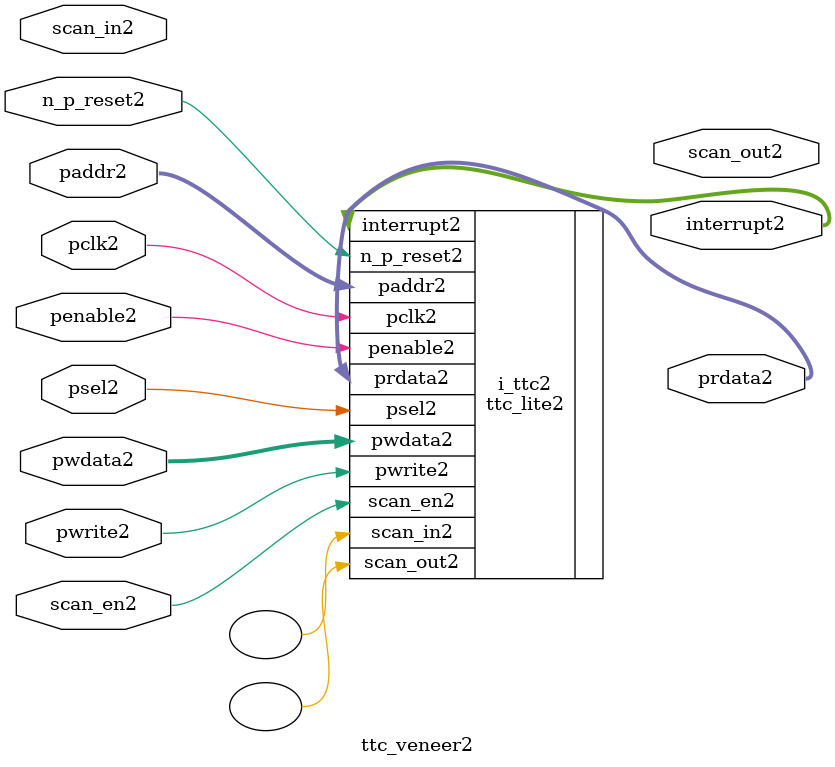
<source format=v>
module ttc_veneer2 (
           
           //inputs2
           n_p_reset2,
           pclk2,
           psel2,
           penable2,
           pwrite2,
           pwdata2,
           paddr2,
           scan_in2,
           scan_en2,

           //outputs2
           prdata2,
           interrupt2,
           scan_out2           

           );


//-----------------------------------------------------------------------------
// PORT DECLARATIONS2
//-----------------------------------------------------------------------------

   input         n_p_reset2;            //System2 Reset2
   input         pclk2;                 //System2 clock2
   input         psel2;                 //Select2 line
   input         penable2;              //Enable2
   input         pwrite2;               //Write line, 1 for write, 0 for read
   input [31:0]  pwdata2;               //Write data
   input [7:0]   paddr2;                //Address Bus2 register
   input         scan_in2;              //Scan2 chain2 input port
   input         scan_en2;              //Scan2 chain2 enable port
   
   output [31:0] prdata2;               //Read Data from the APB2 Interface2
   output [3:1]  interrupt2;            //Interrupt2 from PCI2 
   output        scan_out2;             //Scan2 chain2 output port

//##############################################################################
// if the TTC2 is NOT2 black2 boxed2 
//##############################################################################
`ifndef FV_KIT_BLACK_BOX_TTC2 

ttc_lite2 i_ttc2(

   //inputs2
   .n_p_reset2(n_p_reset2),
   .pclk2(pclk2),
   .psel2(psel2),
   .penable2(penable2),
   .pwrite2(pwrite2),
   .pwdata2(pwdata2),
   .paddr2(paddr2),
   .scan_in2(),
   .scan_en2(scan_en2),

   //outputs2
   .prdata2(prdata2),
   .interrupt2(interrupt2),
   .scan_out2()
);

`else 
//##############################################################################
// if the TTC2 is black2 boxed2 
//##############################################################################

   wire          n_p_reset2;            //System2 Reset2
   wire          pclk2;                 //System2 clock2
   wire          psel2;                 //Select2 line
   wire          penable2;              //Enable2
   wire          pwrite2;               //Write line, 1 for write, 0 for read
   wire  [31:0]  pwdata2;               //Write data
   wire  [7:0]   paddr2;                //Address Bus2 register
   wire          scan_in2;              //Scan2 chain2 wire  port
   wire          scan_en2;              //Scan2 chain2 enable port
   
   reg    [31:0] prdata2;               //Read Data from the APB2 Interface2
   reg    [3:1]  interrupt2;            //Interrupt2 from PCI2 
   reg           scan_out2;             //Scan2 chain2 reg    port

`endif
//##############################################################################
// black2 boxed2 defines2 
//##############################################################################

endmodule

</source>
